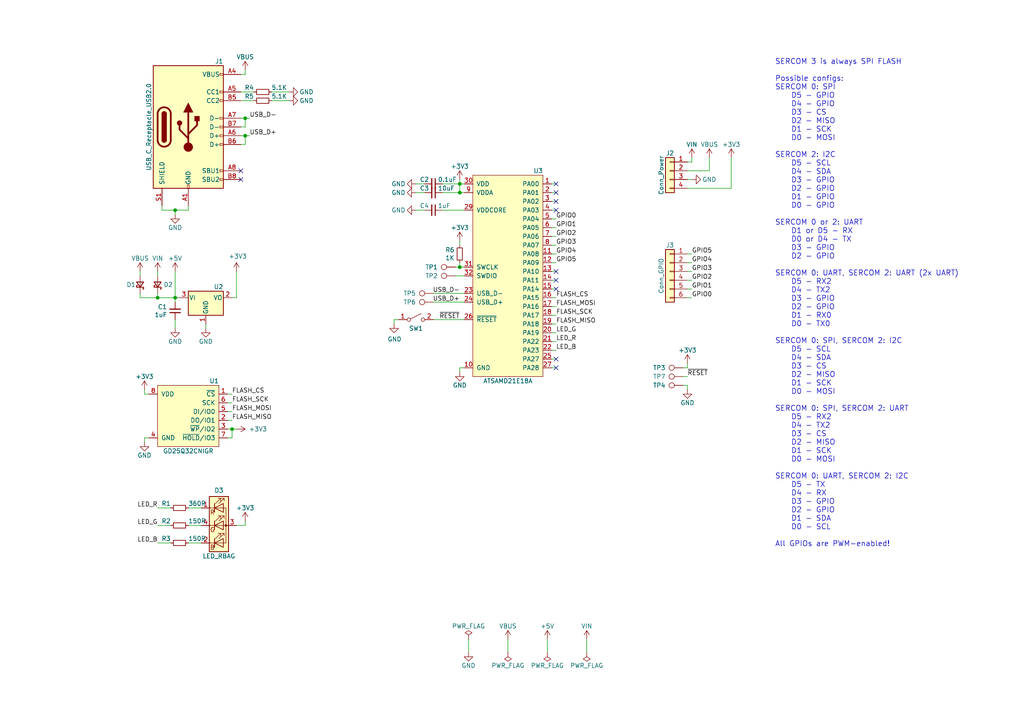
<source format=kicad_sch>
(kicad_sch (version 20230121) (generator eeschema)
  (paper "A4")
  (title_block (title "Serpente") (rev "2"))
  (lib_symbols
    (symbol "Connector:TestPoint" (pin_numbers hide) (pin_names (offset 0.762) hide)
      (property "Reference" "TP" (at 0 6.858 0))
      (property "Value" "TestPoint" (at 0 5.08 0))
      (symbol "TestPoint_0_1"
        (circle (center 0 3.302) (radius 0.762))
      )
      (symbol "TestPoint_1_1"
        (pin passive line (at 0 0 90) (length 2.54) (name "1") (number "1"))
      )
    )
    (symbol "Connector_Generic:Conn_01x04" (pin_names (offset 1.016) hide)
      (property "Reference" "J" (at 0 5.08 0))
      (property "Value" "Conn_01x04" (at 0 -7.62 0))
      (symbol "Conn_01x04_1_1"
        (rectangle (start -1.27 -4.953) (end 0 -5.207) (stroke (width 0.1524)))
        (rectangle (start -1.27 -2.413) (end 0 -2.667) (stroke (width 0.1524)))
        (rectangle (start -1.27 0.127) (end 0 -0.127) (stroke (width 0.1524)))
        (rectangle (start -1.27 2.667) (end 0 2.413) (stroke (width 0.1524)))
        (rectangle (start -1.27 3.81) (end 1.27 -6.35) (stroke (width 0.254)) (fill (type background)))
        (pin passive line (at -5.08 2.54 0) (length 3.81) (name "Pin_1") (number "1"))
        (pin passive line (at -5.08 0 0) (length 3.81) (name "Pin_2") (number "2"))
        (pin passive line (at -5.08 -2.54 0) (length 3.81) (name "Pin_3") (number "3"))
        (pin passive line (at -5.08 -5.08 0) (length 3.81) (name "Pin_4") (number "4"))
      )
    )
    (symbol "Connector_Generic:Conn_01x06" (pin_names (offset 1.016) hide)
      (property "Reference" "J" (at 0 7.62 0))
      (property "Value" "Conn_01x06" (at 0 -10.16 0))
      (symbol "Conn_01x06_1_1"
        (rectangle (start -1.27 -7.493) (end 0 -7.747) (stroke (width 0.1524)))
        (rectangle (start -1.27 -4.953) (end 0 -5.207) (stroke (width 0.1524)))
        (rectangle (start -1.27 -2.413) (end 0 -2.667) (stroke (width 0.1524)))
        (rectangle (start -1.27 0.127) (end 0 -0.127) (stroke (width 0.1524)))
        (rectangle (start -1.27 2.667) (end 0 2.413) (stroke (width 0.1524)))
        (rectangle (start -1.27 5.207) (end 0 4.953) (stroke (width 0.1524)))
        (rectangle (start -1.27 6.35) (end 1.27 -8.89) (stroke (width 0.254)) (fill (type background)))
        (pin passive line (at -5.08 5.08 0) (length 3.81) (name "Pin_1") (number "1"))
        (pin passive line (at -5.08 2.54 0) (length 3.81) (name "Pin_2") (number "2"))
        (pin passive line (at -5.08 0 0) (length 3.81) (name "Pin_3") (number "3"))
        (pin passive line (at -5.08 -2.54 0) (length 3.81) (name "Pin_4") (number "4"))
        (pin passive line (at -5.08 -5.08 0) (length 3.81) (name "Pin_5") (number "5"))
        (pin passive line (at -5.08 -7.62 0) (length 3.81) (name "Pin_6") (number "6"))
      )
    )
    (symbol "Device:C_Small" (pin_numbers hide) (pin_names (offset 0.254) hide)
      (property "Reference" "C" (at 0.254 1.778 0))
      (property "Value" "C_Small" (at 0.254 -2.032 0))
      (symbol "C_Small_0_1"
        (polyline (pts (xy -1.524 -0.508) (xy 1.524 -0.508)) (stroke (width 0.3302)))
        (polyline (pts (xy -1.524 0.508) (xy 1.524 0.508)) (stroke (width 0.3048)))
      )
      (symbol "C_Small_1_1"
        (pin passive line (at 0 2.54 270) (length 2.032) (name "~") (number "1"))
        (pin passive line (at 0 -2.54 90) (length 2.032) (name "~") (number "2"))
      )
    )
    (symbol "Device:D_Schottky_Small" (pin_numbers hide) (pin_names (offset 0.254) hide)
      (property "Reference" "D" (at -1.27 2.032 0))
      (property "Value" "D_Schottky_Small" (at -7.112 -2.032 0))
      (symbol "D_Schottky_Small_0_1"
        (polyline (pts (xy -0.762 0) (xy 0.762 0)))
        (polyline (pts (xy 0.762 -1.016) (xy -0.762 0) (xy 0.762 1.016) (xy 0.762 -1.016)) (stroke (width 0.254)))
        (polyline (pts (xy -1.27 0.762) (xy -1.27 1.016) (xy -0.762 1.016) (xy -0.762 -1.016) (xy -0.254 -1.016) (xy -0.254 -0.762)) (stroke (width 0.254)))
      )
      (symbol "D_Schottky_Small_1_1"
        (pin passive line (at -2.54 0 0) (length 1.778) (name "K") (number "1"))
        (pin passive line (at 2.54 0 180) (length 1.778) (name "A") (number "2"))
      )
    )
    (symbol "Device:R_Small" (pin_numbers hide) (pin_names (offset 0.254) hide)
      (property "Reference" "R" (at 0.762 0.508 0))
      (property "Value" "R_Small" (at 0.762 -1.016 0))
      (symbol "R_Small_0_1"
        (rectangle (start -0.762 1.778) (end 0.762 -1.778) (stroke (width 0.2032)))
      )
      (symbol "R_Small_1_1"
        (pin passive line (at 0 2.54 270) (length 0.762) (name "~") (number "1"))
        (pin passive line (at 0 -2.54 90) (length 0.762) (name "~") (number "2"))
      )
    )
    (symbol "Switch:SW_SPST" (pin_names (offset 0) hide)
      (property "Reference" "SW" (at 0 3.175 0))
      (property "Value" "SW_SPST" (at 0 -2.54 0))
      (symbol "SW_SPST_0_0"
        (circle (center -2.032 0) (radius 0.508))
        (polyline (pts (xy -1.524 0.254) (xy 1.524 1.778)))
        (circle (center 2.032 0) (radius 0.508))
      )
      (symbol "SW_SPST_1_1"
        (pin passive line (at -5.08 0 0) (length 2.54) (name "A") (number "1"))
        (pin passive line (at 5.08 0 180) (length 2.54) (name "B") (number "2"))
      )
    )
    (symbol "power:+5V" (power) (pin_names (offset 0))
      (property "Value" "+5V" (at 0 3.556 0))
      (symbol "+5V_0_1"
        (polyline (pts (xy -0.762 1.27) (xy 0 2.54)))
        (polyline (pts (xy 0 0) (xy 0 2.54)))
        (polyline (pts (xy 0 2.54) (xy 0.762 1.27)))
      )
      (symbol "+5V_1_1"
        (pin power_in line (at 0 0 90) (length 0) hide (name "+5V") (number "1"))
      )
    )
    (symbol "power:GND" (power) (pin_names (offset 0))
      (property "Value" "GND" (at 0 -3.81 0))
      (symbol "GND_0_1"
        (polyline (pts (xy 0 0) (xy 0 -1.27) (xy 1.27 -1.27) (xy 0 -2.54) (xy -1.27 -1.27) (xy 0 -1.27)))
      )
      (symbol "GND_1_1"
        (pin power_in line (at 0 0 270) (length 0) hide (name "GND") (number "1"))
      )
    )
    (symbol "power:PWR_FLAG" (power) (pin_numbers hide) (pin_names (offset 0) hide)
      (property "Value" "PWR_FLAG" (at 0 3.81 0))
      (symbol "PWR_FLAG_0_0"
        (pin power_out line (at 0 0 90) (length 0) (name "pwr") (number "1"))
      )
      (symbol "PWR_FLAG_0_1"
        (polyline (pts (xy 0 0) (xy 0 1.27) (xy -1.016 1.905) (xy 0 2.54) (xy 1.016 1.905) (xy 0 1.27)))
      )
    )
    (symbol "power:VBUS" (power) (pin_names (offset 0))
      (property "Value" "VBUS" (at 0 3.81 0))
      (symbol "VBUS_0_1"
        (polyline (pts (xy -0.762 1.27) (xy 0 2.54)))
        (polyline (pts (xy 0 0) (xy 0 2.54)))
        (polyline (pts (xy 0 2.54) (xy 0.762 1.27)))
      )
      (symbol "VBUS_1_1"
        (pin power_in line (at 0 0 90) (length 0) hide (name "VBUS") (number "1"))
      )
    )
    (symbol "serpente-rescue:+3.3V-power" (power) (pin_names (offset 0))
      (property "Value" "+3.3V-power" (at 0 3.556 0))
      (symbol "+3.3V-power_0_1"
        (polyline (pts (xy -0.762 1.27) (xy 0 2.54)))
        (polyline (pts (xy 0 0) (xy 0 2.54)))
        (polyline (pts (xy 0 2.54) (xy 0.762 1.27)))
      )
      (symbol "+3.3V-power_1_1"
        (pin power_in line (at 0 0 90) (length 0) hide (name "+3V3") (number "1"))
      )
    )
    (symbol "serpente-rescue:ATSAMD21E1xA-MCU_Microchip_SAMD_Extra" (pin_names (offset 1.016))
      (property "Reference" "U" (at 10.16 31.75 0))
      (property "Value" "MCU_Microchip_SAMD_Extra_ATSAMD21E1xA" (at 0 -29.21 0))
      (symbol "ATSAMD21E1xA-MCU_Microchip_SAMD_Extra_0_1"
        (rectangle (start -10.16 30.48) (end 10.16 -27.94) (fill (type background)))
      )
      (symbol "ATSAMD21E1xA-MCU_Microchip_SAMD_Extra_1_1"
        (pin bidirectional line (at 12.7 27.94 180) (length 2.54) (name "PA00") (number "1"))
        (pin power_in line (at -12.7 -25.4 0) (length 2.54) (name "GND") (number "10"))
        (pin bidirectional line (at 12.7 7.62 180) (length 2.54) (name "PA08") (number "11"))
        (pin bidirectional line (at 12.7 5.08 180) (length 2.54) (name "PA09") (number "12"))
        (pin bidirectional line (at 12.7 2.54 180) (length 2.54) (name "PA10") (number "13"))
        (pin bidirectional line (at 12.7 0 180) (length 2.54) (name "PA11") (number "14"))
        (pin bidirectional line (at 12.7 -2.54 180) (length 2.54) (name "PA14") (number "15"))
        (pin bidirectional line (at 12.7 -5.08 180) (length 2.54) (name "PA15") (number "16"))
        (pin bidirectional line (at 12.7 -7.62 180) (length 2.54) (name "PA16") (number "17"))
        (pin bidirectional line (at 12.7 -10.16 180) (length 2.54) (name "PA17") (number "18"))
        (pin bidirectional line (at 12.7 -12.7 180) (length 2.54) (name "PA18") (number "19"))
        (pin bidirectional line (at 12.7 25.4 180) (length 2.54) (name "PA01") (number "2"))
        (pin bidirectional line (at 12.7 -15.24 180) (length 2.54) (name "PA19") (number "20"))
        (pin bidirectional line (at 12.7 -17.78 180) (length 2.54) (name "PA22") (number "21"))
        (pin bidirectional line (at 12.7 -20.32 180) (length 2.54) (name "PA23") (number "22"))
        (pin bidirectional line (at -12.7 -3.81 0) (length 2.54) (name "USB_D-") (number "23"))
        (pin bidirectional line (at -12.7 -6.35 0) (length 2.54) (name "USB_D+") (number "24"))
        (pin bidirectional line (at 12.7 -22.86 180) (length 2.54) (name "PA27") (number "25"))
        (pin input line (at -12.7 -11.43 0) (length 2.54) (name "~{RESET}") (number "26"))
        (pin bidirectional line (at 12.7 -25.4 180) (length 2.54) (name "PA28") (number "27"))
        (pin passive line (at -12.7 -25.4 0) (length 2.54) hide (name "GND") (number "28"))
        (pin power_out line (at -12.7 20.32 0) (length 2.54) (name "VDDCORE") (number "29"))
        (pin bidirectional line (at 12.7 22.86 180) (length 2.54) (name "PA02") (number "3"))
        (pin power_in line (at -12.7 27.94 0) (length 2.54) (name "VDD") (number "30"))
        (pin input line (at -12.7 3.81 0) (length 2.54) (name "SWCLK") (number "31"))
        (pin bidirectional line (at -12.7 1.27 0) (length 2.54) (name "SWDIO") (number "32"))
        (pin bidirectional line (at 12.7 20.32 180) (length 2.54) (name "PA03") (number "4"))
        (pin bidirectional line (at 12.7 17.78 180) (length 2.54) (name "PA04") (number "5"))
        (pin bidirectional line (at 12.7 15.24 180) (length 2.54) (name "PA05") (number "6"))
        (pin bidirectional line (at 12.7 12.7 180) (length 2.54) (name "PA06") (number "7"))
        (pin bidirectional line (at 12.7 10.16 180) (length 2.54) (name "PA07") (number "8"))
        (pin power_in line (at -12.7 25.4 0) (length 2.54) (name "VDDA") (number "9"))
      )
    )
    (symbol "serpente-rescue:GD25Q32C-Memory_Flash_Extra" (pin_names (offset 1.016))
      (property "Reference" "U" (at 8.89 10.16 0))
      (property "Value" "Memory_Flash_Extra_GD25Q32C" (at 0 -10.16 0))
      (symbol "GD25Q32C-Memory_Flash_Extra_0_1"
        (rectangle (start -8.89 8.89) (end 8.89 -8.89) (fill (type background)))
      )
      (symbol "GD25Q32C-Memory_Flash_Extra_1_1"
        (pin input line (at 11.43 6.35 180) (length 2.54) (name "~{CS}") (number "1"))
        (pin bidirectional line (at 11.43 -1.27 180) (length 2.54) (name "DO/IO1") (number "2"))
        (pin bidirectional line (at 11.43 -3.81 180) (length 2.54) (name "~{WP}/IO2") (number "3"))
        (pin power_in line (at -11.43 -6.35 0) (length 2.54) (name "GND") (number "4"))
        (pin bidirectional line (at 11.43 1.27 180) (length 2.54) (name "DI/IO0") (number "5"))
        (pin input line (at 11.43 3.81 180) (length 2.54) (name "SCK") (number "6"))
        (pin bidirectional line (at 11.43 -6.35 180) (length 2.54) (name "~{HOLD}/IO3") (number "7"))
        (pin power_in line (at -11.43 6.35 0) (length 2.54) (name "VDD") (number "8"))
      )
    )
    (symbol "serpente-rescue:LED_RBAG-Device_Extra" (pin_names (offset 0) hide)
      (property "Reference" "D" (at 0 9.398 0))
      (property "Value" "Device_Extra_LED_RBAG" (at 0 -8.89 0))
      (symbol "LED_RBAG-Device_Extra_0_0"
        (text "B" (at -1.905 -6.35 0) (effects (font (size 1.27 1.27))))
        (text "G" (at -1.905 -1.27 0) (effects (font (size 1.27 1.27))))
        (text "R" (at -1.905 3.81 0) (effects (font (size 1.27 1.27))))
      )
      (symbol "LED_RBAG-Device_Extra_0_1"
        (polyline (pts (xy -1.27 -5.08) (xy -2.54 -5.08)))
        (polyline (pts (xy -1.27 -5.08) (xy 1.27 -5.08)))
        (polyline (pts (xy -1.27 -3.81) (xy -1.27 -6.35)))
        (polyline (pts (xy -1.27 -3.81) (xy -1.27 -6.35)) (stroke (width 0.2032)))
        (polyline (pts (xy -1.27 0) (xy -2.54 0)))
        (polyline (pts (xy -1.27 0) (xy 1.27 0)))
        (polyline (pts (xy -1.27 1.27) (xy -1.27 -1.27)) (stroke (width 0.2032)))
        (polyline (pts (xy -1.27 5.08) (xy -2.54 5.08)))
        (polyline (pts (xy -1.27 6.35) (xy -1.27 3.81)) (stroke (width 0.2032)))
        (polyline (pts (xy 1.27 0) (xy 2.54 0)))
        (polyline (pts (xy 1.27 5.08) (xy -1.27 5.08)))
        (polyline (pts (xy -1.27 1.27) (xy -1.27 -1.27) (xy -1.27 -1.27)))
        (polyline (pts (xy -1.27 6.35) (xy -1.27 3.81) (xy -1.27 3.81)))
        (polyline (pts (xy 1.27 -5.08) (xy 2.032 -5.08) (xy 2.032 5.08) (xy 1.27 5.08)))
        (polyline (pts (xy 1.27 -3.81) (xy 1.27 -6.35) (xy -1.27 -5.08) (xy 1.27 -3.81)) (stroke (width 0.2032)))
        (polyline (pts (xy 1.27 1.27) (xy 1.27 -1.27) (xy -1.27 0) (xy 1.27 1.27)) (stroke (width 0.2032)))
        (polyline (pts (xy 1.27 6.35) (xy 1.27 3.81) (xy -1.27 5.08) (xy 1.27 6.35)) (stroke (width 0.2032)))
        (polyline (pts (xy -1.016 -3.81) (xy 0.508 -2.286) (xy -0.254 -2.286) (xy 0.508 -2.286) (xy 0.508 -3.048)))
        (polyline (pts (xy -1.016 1.27) (xy 0.508 2.794) (xy -0.254 2.794) (xy 0.508 2.794) (xy 0.508 2.032)))
        (polyline (pts (xy -1.016 6.35) (xy 0.508 7.874) (xy -0.254 7.874) (xy 0.508 7.874) (xy 0.508 7.112)))
        (polyline (pts (xy 0 -3.81) (xy 1.524 -2.286) (xy 0.762 -2.286) (xy 1.524 -2.286) (xy 1.524 -3.048)))
        (polyline (pts (xy 0 1.27) (xy 1.524 2.794) (xy 0.762 2.794) (xy 1.524 2.794) (xy 1.524 2.032)))
        (polyline (pts (xy 0 6.35) (xy 1.524 7.874) (xy 0.762 7.874) (xy 1.524 7.874) (xy 1.524 7.112)))
        (rectangle (start 1.27 -1.27) (end 1.27 1.27))
        (rectangle (start 1.27 1.27) (end 1.27 1.27))
        (rectangle (start 1.27 3.81) (end 1.27 6.35))
        (rectangle (start 1.27 6.35) (end 1.27 6.35))
        (circle (center 2.032 0) (radius 0.254) (fill (type outline)))
        (rectangle (start 2.794 8.382) (end -2.794 -7.62) (stroke (width 0.254)) (fill (type background)))
      )
      (symbol "LED_RBAG-Device_Extra_1_1"
        (pin passive line (at -5.08 5.08 0) (length 2.54) (name "RK") (number "1"))
        (pin passive line (at -5.08 -5.08 0) (length 2.54) (name "BK") (number "2"))
        (pin passive line (at 5.08 0 180) (length 2.54) (name "A") (number "3"))
        (pin passive line (at -5.08 0 0) (length 2.54) (name "GK") (number "4"))
      )
    )
    (symbol "serpente-rescue:MCP1700-3302E_SOT23-Regulator_Linear" (pin_names (offset 0.254))
      (property "Reference" "U" (at -3.81 3.175 0))
      (property "Value" "Regulator_Linear_MCP1700-3302E_SOT23" (at 0 3.175 0))
      (symbol "MCP1700-3302E_SOT23-Regulator_Linear_0_1"
        (rectangle (start -5.08 1.905) (end 5.08 -5.08) (stroke (width 0.254)) (fill (type background)))
      )
      (symbol "MCP1700-3302E_SOT23-Regulator_Linear_1_1"
        (pin power_in line (at 0 -7.62 90) (length 2.54) (name "GND") (number "1"))
        (pin power_out line (at 7.62 0 180) (length 2.54) (name "VO") (number "2"))
        (pin power_in line (at -7.62 0 0) (length 2.54) (name "VI") (number "3"))
      )
    )
    (symbol "serpente-rescue:USB_C_Receptacle_USB2.0-Connector" (pin_names (offset 1.016))
      (property "Reference" "J" (at -10.16 19.05 0))
      (property "Value" "Connector_USB_C_Receptacle_USB2.0" (at 19.05 19.05 0))
      (symbol "USB_C_Receptacle_USB2.0-Connector_0_0"
        (rectangle (start -0.254 -17.78) (end 0.254 -16.764))
        (rectangle (start 10.16 -14.986) (end 9.144 -15.494))
        (rectangle (start 10.16 -12.446) (end 9.144 -12.954))
        (rectangle (start 10.16 -4.826) (end 9.144 -5.334))
        (rectangle (start 10.16 -2.286) (end 9.144 -2.794))
        (rectangle (start 10.16 0.254) (end 9.144 -0.254))
        (rectangle (start 10.16 2.794) (end 9.144 2.286))
        (rectangle (start 10.16 7.874) (end 9.144 7.366))
        (rectangle (start 10.16 10.414) (end 9.144 9.906))
        (rectangle (start 10.16 15.494) (end 9.144 14.986))
      )
      (symbol "USB_C_Receptacle_USB2.0-Connector_0_1"
        (rectangle (start -10.16 17.78) (end 10.16 -17.78) (stroke (width 0.254)) (fill (type background)))
        (arc (start -8.89 -3.81) (mid -6.985 -5.7067) (end -5.08 -3.81) (stroke (width 0.508)))
        (arc (start -7.62 -3.81) (mid -6.985 -4.4423) (end -6.35 -3.81) (stroke (width 0.254)))
        (arc (start -7.62 -3.81) (mid -6.985 -4.4423) (end -6.35 -3.81) (stroke (width 0.254)) (fill (type outline)))
        (rectangle (start -7.62 -3.81) (end -6.35 3.81) (stroke (width 0.254)) (fill (type outline)))
        (arc (start -6.35 3.81) (mid -6.985 4.4423) (end -7.62 3.81) (stroke (width 0.254)))
        (arc (start -6.35 3.81) (mid -6.985 4.4423) (end -7.62 3.81) (stroke (width 0.254)) (fill (type outline)))
        (arc (start -5.08 3.81) (mid -6.985 5.7067) (end -8.89 3.81) (stroke (width 0.508)))
        (circle (center -2.54 1.143) (radius 0.635) (stroke (width 0.254)) (fill (type outline)))
        (circle (center 0 -5.842) (radius 1.27) (fill (type outline)))
        (polyline (pts (xy -8.89 -3.81) (xy -8.89 3.81)) (stroke (width 0.508)))
        (polyline (pts (xy -5.08 3.81) (xy -5.08 -3.81)) (stroke (width 0.508)))
        (polyline (pts (xy 0 -5.842) (xy 0 4.318)) (stroke (width 0.508)))
        (polyline (pts (xy 0 -3.302) (xy -2.54 -0.762) (xy -2.54 0.508)) (stroke (width 0.508)))
        (polyline (pts (xy 0 -2.032) (xy 2.54 0.508) (xy 2.54 1.778)) (stroke (width 0.508)))
        (polyline (pts (xy -1.27 4.318) (xy 0 6.858) (xy 1.27 4.318) (xy -1.27 4.318)) (stroke (width 0.254)) (fill (type outline)))
        (rectangle (start 1.905 1.778) (end 3.175 3.048) (stroke (width 0.254)) (fill (type outline)))
      )
      (symbol "USB_C_Receptacle_USB2.0-Connector_1_1"
        (pin power_in line (at 0 -22.86 90) (length 5.08) (name "GND") (number "A1"))
        (pin passive line (at 0 -22.86 90) (length 5.08) hide (name "GND") (number "A12"))
        (pin power_in line (at 15.24 15.24 180) (length 5.08) (name "VBUS") (number "A4"))
        (pin bidirectional line (at 15.24 10.16 180) (length 5.08) (name "CC1") (number "A5"))
        (pin bidirectional line (at 15.24 -2.54 180) (length 5.08) (name "D+") (number "A6"))
        (pin bidirectional line (at 15.24 2.54 180) (length 5.08) (name "D-") (number "A7"))
        (pin bidirectional line (at 15.24 -12.7 180) (length 5.08) (name "SBU1") (number "A8"))
        (pin passive line (at 15.24 15.24 180) (length 5.08) hide (name "VBUS") (number "A9"))
        (pin passive line (at 0 -22.86 90) (length 5.08) hide (name "GND") (number "B1"))
        (pin passive line (at 0 -22.86 90) (length 5.08) hide (name "GND") (number "B12"))
        (pin passive line (at 15.24 15.24 180) (length 5.08) hide (name "VBUS") (number "B4"))
        (pin bidirectional line (at 15.24 7.62 180) (length 5.08) (name "CC2") (number "B5"))
        (pin bidirectional line (at 15.24 -5.08 180) (length 5.08) (name "D+") (number "B6"))
        (pin bidirectional line (at 15.24 0 180) (length 5.08) (name "D-") (number "B7"))
        (pin bidirectional line (at 15.24 -15.24 180) (length 5.08) (name "SBU2") (number "B8"))
        (pin passive line (at 15.24 15.24 180) (length 5.08) hide (name "VBUS") (number "B9"))
        (pin passive line (at -7.62 -22.86 90) (length 5.08) (name "SHIELD") (number "S1"))
      )
    )
    (symbol "serpente-rescue:VIN-power_extra" (power) (pin_names (offset 0))
      (property "Value" "VIN-power_extra" (at 0 3.556 0))
      (symbol "VIN-power_extra_0_1"
        (polyline (pts (xy -0.762 1.27) (xy 0 2.54)))
        (polyline (pts (xy 0 0) (xy 0 2.54)))
        (polyline (pts (xy 0 2.54) (xy 0.762 1.27)))
      )
      (symbol "VIN-power_extra_1_1"
        (pin power_in line (at 0 0 90) (length 0) hide (name "VIN") (number "1"))
      )
    )
  )
  (junction (at 133.35 77.47))
  (junction (at 133.35 53.34))
  (junction (at 71.12 34.29))
  (junction (at 45.72 86.36))
  (junction (at 50.8 86.36))
  (junction (at 67.31 124.46))
  (junction (at 50.8 60.96))
  (junction (at 71.12 39.37))
  (junction (at 133.35 55.88))
  (no_connect (at 161.29 58.42))
  (no_connect (at 161.29 55.88))
  (no_connect (at 161.29 104.14))
  (no_connect (at 69.85 49.53))
  (no_connect (at 161.29 106.68))
  (no_connect (at 161.29 83.82))
  (no_connect (at 161.29 78.74))
  (no_connect (at 161.29 53.34))
  (no_connect (at 161.29 60.96))
  (no_connect (at 161.29 81.28))
  (no_connect (at 69.85 52.07))
  (wire (pts (xy 160.02 53.34) (xy 161.29 53.34)))
  (wire (pts (xy 199.39 54.61) (xy 212.09 54.61)))
  (wire (pts (xy 46.99 60.96) (xy 50.8 60.96)))
  (wire (pts (xy 50.8 86.36) (xy 50.8 87.63)))
  (wire (pts (xy 40.64 80.01) (xy 40.64 78.74)))
  (wire (pts (xy 69.85 41.91) (xy 71.12 41.91)))
  (wire (pts (xy 78.74 29.21) (xy 83.82 29.21)))
  (wire (pts (xy 66.04 121.92) (xy 67.31 121.92)))
  (wire (pts (xy 160.02 73.66) (xy 161.29 73.66)))
  (wire (pts (xy 67.31 124.46) (xy 68.58 124.46)))
  (wire (pts (xy 71.12 41.91) (xy 71.12 39.37)))
  (wire (pts (xy 54.61 152.4) (xy 58.42 152.4)))
  (wire (pts (xy 66.04 124.46) (xy 67.31 124.46)))
  (wire (pts (xy 67.31 86.36) (xy 68.58 86.36)))
  (wire (pts (xy 67.31 127) (xy 67.31 124.46)))
  (wire (pts (xy 114.3 92.71) (xy 114.3 93.98)))
  (wire (pts (xy 69.85 21.59) (xy 71.12 21.59)))
  (wire (pts (xy 160.02 60.96) (xy 161.29 60.96)))
  (wire (pts (xy 54.61 157.48) (xy 58.42 157.48)))
  (wire (pts (xy 66.04 116.84) (xy 67.31 116.84)))
  (wire (pts (xy 160.02 99.06) (xy 161.29 99.06)))
  (wire (pts (xy 147.32 185.42) (xy 147.32 189.23)))
  (wire (pts (xy 49.53 147.32) (xy 45.72 147.32)))
  (wire (pts (xy 199.39 106.68) (xy 199.39 105.41)))
  (wire (pts (xy 133.35 77.47) (xy 133.35 76.2)))
  (wire (pts (xy 46.99 59.69) (xy 46.99 60.96)))
  (wire (pts (xy 125.73 87.63) (xy 134.62 87.63)))
  (wire (pts (xy 45.72 157.48) (xy 49.53 157.48)))
  (wire (pts (xy 133.35 77.47) (xy 132.08 77.47)))
  (wire (pts (xy 134.62 80.01) (xy 132.08 80.01)))
  (wire (pts (xy 135.89 185.42) (xy 135.89 189.23)))
  (wire (pts (xy 50.8 60.96) (xy 54.61 60.96)))
  (wire (pts (xy 160.02 71.12) (xy 161.29 71.12)))
  (wire (pts (xy 160.02 66.04) (xy 161.29 66.04)))
  (wire (pts (xy 71.12 36.83) (xy 71.12 34.29)))
  (wire (pts (xy 45.72 80.01) (xy 45.72 78.74)))
  (wire (pts (xy 71.12 34.29) (xy 72.39 34.29)))
  (wire (pts (xy 54.61 147.32) (xy 58.42 147.32)))
  (wire (pts (xy 123.19 55.88) (xy 120.65 55.88)))
  (wire (pts (xy 160.02 101.6) (xy 161.29 101.6)))
  (wire (pts (xy 134.62 60.96) (xy 128.27 60.96)))
  (wire (pts (xy 198.12 111.76) (xy 199.39 111.76)))
  (wire (pts (xy 160.02 55.88) (xy 161.29 55.88)))
  (wire (pts (xy 78.74 26.67) (xy 83.82 26.67)))
  (wire (pts (xy 134.62 106.68) (xy 133.35 106.68)))
  (wire (pts (xy 133.35 71.12) (xy 133.35 69.85)))
  (wire (pts (xy 41.91 114.3) (xy 41.91 113.03)))
  (wire (pts (xy 134.62 55.88) (xy 133.35 55.88)))
  (wire (pts (xy 133.35 53.34) (xy 128.27 53.34)))
  (wire (pts (xy 43.18 127) (xy 41.91 127)))
  (wire (pts (xy 198.12 106.68) (xy 199.39 106.68)))
  (wire (pts (xy 199.39 52.07) (xy 200.66 52.07)))
  (wire (pts (xy 160.02 104.14) (xy 161.29 104.14)))
  (wire (pts (xy 66.04 114.3) (xy 67.31 114.3)))
  (wire (pts (xy 199.39 111.76) (xy 199.39 113.03)))
  (wire (pts (xy 66.04 127) (xy 67.31 127)))
  (wire (pts (xy 160.02 88.9) (xy 161.29 88.9)))
  (wire (pts (xy 40.64 86.36) (xy 40.64 85.09)))
  (wire (pts (xy 45.72 86.36) (xy 40.64 86.36)))
  (wire (pts (xy 50.8 86.36) (xy 50.8 78.74)))
  (wire (pts (xy 198.12 109.22) (xy 199.39 109.22)))
  (wire (pts (xy 160.02 93.98) (xy 161.29 93.98)))
  (wire (pts (xy 199.39 73.66) (xy 200.66 73.66)))
  (wire (pts (xy 59.69 93.98) (xy 59.69 95.25)))
  (wire (pts (xy 158.75 185.42) (xy 158.75 189.23)))
  (wire (pts (xy 128.27 55.88) (xy 133.35 55.88)))
  (wire (pts (xy 212.09 54.61) (xy 212.09 45.72)))
  (wire (pts (xy 71.12 39.37) (xy 69.85 39.37)))
  (wire (pts (xy 68.58 86.36) (xy 68.58 78.74)))
  (wire (pts (xy 160.02 58.42) (xy 161.29 58.42)))
  (wire (pts (xy 69.85 34.29) (xy 71.12 34.29)))
  (wire (pts (xy 199.39 81.28) (xy 200.66 81.28)))
  (wire (pts (xy 160.02 96.52) (xy 161.29 96.52)))
  (wire (pts (xy 71.12 39.37) (xy 72.39 39.37)))
  (wire (pts (xy 199.39 86.36) (xy 200.66 86.36)))
  (wire (pts (xy 125.73 85.09) (xy 134.62 85.09)))
  (wire (pts (xy 133.35 55.88) (xy 133.35 53.34)))
  (wire (pts (xy 199.39 76.2) (xy 200.66 76.2)))
  (wire (pts (xy 160.02 83.82) (xy 161.29 83.82)))
  (wire (pts (xy 199.39 49.53) (xy 205.74 49.53)))
  (wire (pts (xy 115.57 92.71) (xy 114.3 92.71)))
  (wire (pts (xy 160.02 76.2) (xy 161.29 76.2)))
  (wire (pts (xy 133.35 53.34) (xy 133.35 52.07)))
  (wire (pts (xy 69.85 29.21) (xy 73.66 29.21)))
  (wire (pts (xy 199.39 83.82) (xy 200.66 83.82)))
  (wire (pts (xy 68.58 152.4) (xy 71.12 152.4)))
  (wire (pts (xy 199.39 46.99) (xy 200.66 46.99)))
  (wire (pts (xy 50.8 60.96) (xy 50.8 62.23)))
  (wire (pts (xy 160.02 78.74) (xy 161.29 78.74)))
  (wire (pts (xy 205.74 49.53) (xy 205.74 45.72)))
  (wire (pts (xy 43.18 114.3) (xy 41.91 114.3)))
  (wire (pts (xy 66.04 119.38) (xy 67.31 119.38)))
  (wire (pts (xy 134.62 53.34) (xy 133.35 53.34)))
  (wire (pts (xy 125.73 92.71) (xy 134.62 92.71)))
  (wire (pts (xy 69.85 26.67) (xy 73.66 26.67)))
  (wire (pts (xy 49.53 152.4) (xy 45.72 152.4)))
  (wire (pts (xy 170.18 185.42) (xy 170.18 189.23)))
  (wire (pts (xy 160.02 106.68) (xy 161.29 106.68)))
  (wire (pts (xy 160.02 91.44) (xy 161.29 91.44)))
  (wire (pts (xy 69.85 36.83) (xy 71.12 36.83)))
  (wire (pts (xy 45.72 85.09) (xy 45.72 86.36)))
  (wire (pts (xy 200.66 46.99) (xy 200.66 45.72)))
  (wire (pts (xy 160.02 68.58) (xy 161.29 68.58)))
  (wire (pts (xy 160.02 63.5) (xy 161.29 63.5)))
  (wire (pts (xy 160.02 81.28) (xy 161.29 81.28)))
  (wire (pts (xy 71.12 152.4) (xy 71.12 151.13)))
  (wire (pts (xy 133.35 106.68) (xy 133.35 107.95)))
  (wire (pts (xy 134.62 77.47) (xy 133.35 77.47)))
  (wire (pts (xy 41.91 127) (xy 41.91 128.27)))
  (wire (pts (xy 123.19 60.96) (xy 120.65 60.96)))
  (wire (pts (xy 52.07 86.36) (xy 50.8 86.36)))
  (wire (pts (xy 71.12 21.59) (xy 71.12 20.32)))
  (wire (pts (xy 123.19 53.34) (xy 120.65 53.34)))
  (wire (pts (xy 160.02 86.36) (xy 161.29 86.36)))
  (wire (pts (xy 199.39 78.74) (xy 200.66 78.74)))
  (wire (pts (xy 45.72 86.36) (xy 50.8 86.36)))
  (wire (pts (xy 50.8 92.71) (xy 50.8 95.25)))
  (wire (pts (xy 54.61 60.96) (xy 54.61 59.69)))
  (text "SERCOM 3 is always SPI FLASH\n\nPossible configs:\nSERCOM 0: SPI\n    D5 - GPIO\n    D4 - GPIO\n    D3 - CS\n    D2 - MISO\n    D1 - SCK\n    D0 - MOSI\n    \nSERCOM 2: I2C\n    D5 - SCL\n    D4 - SDA\n    D3 - GPIO\n    D2 - GPIO\n    D1 - GPIO\n    D0 - GPIO\n\nSERCOM 0 or 2: UART\n    D1 or D5 - RX\n    D0 or D4 - TX\n    D3 - GPIO\n    D2 - GPIO\n\nSERCOM 0: UART, SERCOM 2: UART (2x UART)\n    D5 - RX2\n    D4 - TX2\n    D3 - GPIO\n    D2 - GPIO\n    D1 - RX0\n    D0 - TX0\n\nSERCOM 0: SPI, SERCOM 2: I2C\n    D5 - SCL\n    D4 - SDA\n    D3 - CS\n    D2 - MISO\n    D1 - SCK\n    D0 - MOSI\n\nSERCOM 0: SPI, SERCOM 2: UART\n    D5 - RX2\n    D4 - TX2\n    D3 - CS\n    D2 - MISO\n    D1 - SCK\n    D0 - MOSI\n\nSERCOM 0: UART, SERCOM 2: I2C\n    D5 - TX\n    D4 - RX\n    D3 - GPIO\n    D2 - GPIO\n    D1 - SDA\n    D0 - SCL\n\nAll GPIOs are PWM-enabled!" (at 224.79 158.75 0) (effects (font (size 1.524 1.524)) (justify left bottom)))
  (label "GPIO2" (at 161.29 68.58 0))
  (label "FLASH_SCK" (at 67.31 116.84 0))
  (label "LED_R" (at 45.72 147.32 180))
  (label "FLASH_MOSI" (at 161.29 88.9 0))
  (label "GPIO3" (at 200.66 78.74 0))
  (label "FLASH_CS" (at 161.29 86.36 0))
  (label "GPIO4" (at 200.66 76.2 0))
  (label "GPIO2" (at 200.66 81.28 0))
  (label "LED_R" (at 161.29 99.06 0))
  (label "~{RESET}" (at 199.39 109.22 0))
  (label "~{RESET}" (at 133.35 92.71 180))
  (label "GPIO3" (at 161.29 71.12 0))
  (label "LED_B" (at 45.72 157.48 180))
  (label "GPIO0" (at 200.66 86.36 0))
  (label "USB_D-" (at 133.35 85.09 180))
  (label "GPIO5" (at 200.66 73.66 0))
  (label "FLASH_CS" (at 67.31 114.3 0))
  (label "USB_D+" (at 133.35 87.63 180))
  (label "FLASH_SCK" (at 161.29 91.44 0))
  (label "LED_G" (at 45.72 152.4 180))
  (label "FLASH_MISO" (at 67.31 121.92 0))
  (label "GPIO1" (at 161.29 66.04 0))
  (label "FLASH_MISO" (at 161.29 93.98 0))
  (label "USB_D+" (at 72.39 39.37 0))
  (label "GPIO4" (at 161.29 73.66 0))
  (label "USB_D-" (at 72.39 34.29 0))
  (label "LED_G" (at 161.29 96.52 0))
  (label "GPIO0" (at 161.29 63.5 0))
  (label "LED_B" (at 161.29 101.6 0))
  (label "FLASH_MOSI" (at 67.31 119.38 0))
  (label "GPIO5" (at 161.29 76.2 0))
  (label "GPIO1" (at 200.66 83.82 0))
  (symbol (lib_id "power:GND") (at 50.8 62.23 0) (unit 1)
    (property "Reference" "#PWR04" (effects hide))
    (property "Value" "GND" (at 50.8 66.04 0))
  )
  (symbol (lib_id "power:VBUS") (at 71.12 20.32 0) (unit 1)
    (property "Reference" "#PWR012" (effects hide))
    (property "Value" "VBUS" (at 71.12 16.51 0))
  )
  (symbol (lib_id "serpente-rescue:USB_C_Receptacle_USB2.0-Connector") (at 54.61 36.83 0) (unit 1)
    (property "Reference" "J1" (at 64.77 17.78 0) (effects (justify right)))
    (property "Value" "USB_C_Receptacle_USB2.0" (at 43.18 36.83 90))
    (property "Footprint" "Connector_USB_Extra:USB_C_Receptacle_GT-USB-7010" (effects hide))
    (property "Datasheet" "https://www.usb.org/sites/default/files/documents/usb_type-c.zip" (effects hide))
    (property "LCSC" "C319148" (effects hide))
  )
  (symbol (lib_id "serpente-rescue:MCP1700-3302E_SOT23-Regulator_Linear") (at 59.69 86.36 0) (unit 1)
    (property "Reference" "U2" (at 64.77 83.185 0) (effects (justify right)))
    (property "Value" "MCP1700-3302E_SOT23" (effects hide))
    (property "Footprint" "Package_TO_SOT_SMD:SOT-23" (effects hide))
    (property "Datasheet" "http://ww1.microchip.com/downloads/en/DeviceDoc/20001826D.pdf" (effects hide))
    (property "LCSC" "C83932" (effects hide))
  )
  (symbol (lib_id "power:GND") (at 59.69 95.25 0) (unit 1)
    (property "Reference" "#PWR09" (effects hide))
    (property "Value" "GND" (at 59.69 99.06 0))
  )
  (symbol (lib_id "Device:D_Schottky_Small") (at 40.64 82.55 270) (mirror x) (unit 1)
    (property "Reference" "D1" (at 39.37 82.55 90) (effects (justify right)))
    (property "Value" "D_Schottky_Small" (effects hide))
    (property "Footprint" "Diode_SMD:D_SOD-323_HandSoldering" (effects hide))
    (property "LCSC" "C114023" (effects hide))
  )
  (symbol (lib_id "Device:D_Schottky_Small") (at 45.72 82.55 270) (mirror x) (unit 1)
    (property "Reference" "D2" (at 47.4472 82.55 90) (effects (justify left)))
    (property "Value" "D_Schottky_Small" (effects hide))
    (property "Footprint" "Diode_SMD:D_SOD-323_HandSoldering" (effects hide))
    (property "LCSC" "C114023" (effects hide))
  )
  (symbol (lib_id "power:VBUS") (at 40.64 78.74 0) (unit 1)
    (property "Reference" "#PWR02" (effects hide))
    (property "Value" "VBUS" (at 40.64 74.93 0))
  )
  (symbol (lib_id "serpente-rescue:+3.3V-power") (at 68.58 78.74 0) (unit 1)
    (property "Reference" "#PWR011" (effects hide))
    (property "Value" "+3.3V" (at 68.961 74.3458 0))
  )
  (symbol (lib_id "Device:C_Small") (at 50.8 90.17 0) (mirror x) (unit 1)
    (property "Reference" "C1" (at 48.4632 89.0016 0) (effects (justify right)))
    (property "Value" "1uF" (at 48.4632 91.313 0) (effects (justify right)))
    (property "Footprint" "Capacitor_SMD:C_0603_1608Metric" (effects hide))
  )
  (symbol (lib_id "power:GND") (at 50.8 95.25 0) (unit 1)
    (property "Reference" "#PWR06" (effects hide))
    (property "Value" "GND" (at 50.8 99.06 0))
  )
  (symbol (lib_id "Switch:SW_SPST") (at 120.65 92.71 0) (unit 1)
    (property "Reference" "SW1" (at 120.65 95.25 0))
    (property "Value" "SW_RESET" (effects hide))
    (property "Footprint" "Button_Switch_SMD:SW_SPST_B3U-1000P-B" (effects hide))
    (property "LCSC" "C128937" (effects hide))
  )
  (symbol (lib_id "power:GND") (at 114.3 93.98 0) (unit 1)
    (property "Reference" "#PWR018" (effects hide))
    (property "Value" "GND" (at 114.427 98.3742 0))
  )
  (symbol (lib_id "serpente-rescue:GD25Q32C-Memory_Flash_Extra") (at 54.61 120.65 0) (unit 1)
    (property "Reference" "U1" (at 63.5 110.49 0) (effects (justify right)))
    (property "Value" "GD25Q32CNIGR" (at 54.61 130.81 0))
    (property "Footprint" "Package_SON_Extra:USON-8_3x4mm_P0.8mm" (effects hide))
  )
  (symbol (lib_id "serpente-rescue:ATSAMD21E1xA-MCU_Microchip_SAMD_Extra") (at 147.32 81.28 0) (unit 1)
    (property "Reference" "U3" (at 157.48 49.53 0) (effects (justify right)))
    (property "Value" "ATSAMD21E18A" (at 147.32 110.49 0))
    (property "Footprint" "Package_DFN_QFN:QFN-32-1EP_5x5mm_P0.5mm_EP3.6x3.6mm" (effects hide))
  )
  (symbol (lib_id "power:GND") (at 133.35 107.95 0) (unit 1)
    (property "Reference" "#PWR021" (effects hide))
    (property "Value" "GND" (at 133.35 111.76 0))
  )
  (symbol (lib_id "Device:R_Small") (at 133.35 73.66 0) (mirror x) (unit 1)
    (property "Reference" "R6" (at 131.8514 72.4916 0) (effects (justify right)))
    (property "Value" "1K" (at 131.8514 74.803 0) (effects (justify right)))
    (property "Footprint" "Resistor_SMD:R_0603_1608Metric" (effects hide))
  )
  (symbol (lib_id "serpente-rescue:+3.3V-power") (at 133.35 69.85 0) (unit 1)
    (property "Reference" "#PWR020" (effects hide))
    (property "Value" "+3.3V" (at 133.35 66.04 0))
  )
  (symbol (lib_id "serpente-rescue:+3.3V-power") (at 133.35 52.07 0) (unit 1)
    (property "Reference" "#PWR019" (effects hide))
    (property "Value" "+3.3V" (at 133.35 48.26 0))
  )
  (symbol (lib_id "Connector:TestPoint") (at 132.08 77.47 90) (unit 1)
    (property "Reference" "TP1" (at 127 77.47 90) (effects (justify left)))
    (property "Value" "TP_SWCLK" (effects hide))
    (property "Footprint" "TestPoint:TestPoint_Pad_D1.0mm" (effects hide))
  )
  (symbol (lib_id "Connector:TestPoint") (at 132.08 80.01 90) (unit 1)
    (property "Reference" "TP2" (at 127 80.01 90) (effects (justify left)))
    (property "Value" "TP_SWDIO" (effects hide))
    (property "Footprint" "TestPoint:TestPoint_Pad_D1.0mm" (effects hide))
  )
  (symbol (lib_id "Device:C_Small") (at 125.73 60.96 270) (unit 1)
    (property "Reference" "C4" (at 124.46 59.69 90) (effects (justify right)))
    (property "Value" "1uF" (at 127 59.69 90) (effects (justify left)))
    (property "Footprint" "Capacitor_SMD:C_0603_1608Metric" (effects hide))
  )
  (symbol (lib_id "power:GND") (at 120.65 60.96 270) (unit 1)
    (property "Reference" "#PWR017" (effects hide))
    (property "Value" "GND" (at 115.57 60.96 90))
  )
  (symbol (lib_id "Device:C_Small") (at 125.73 53.34 270) (unit 1)
    (property "Reference" "C2" (at 124.46 52.07 90) (effects (justify right)))
    (property "Value" "0.1uF" (at 127 52.07 90) (effects (justify left)))
    (property "Footprint" "Capacitor_SMD:C_0603_1608Metric" (effects hide))
  )
  (symbol (lib_id "power:GND") (at 120.65 53.34 270) (unit 1)
    (property "Reference" "#PWR015" (effects hide))
    (property "Value" "GND" (at 115.57 53.34 90))
  )
  (symbol (lib_id "Device:C_Small") (at 125.73 55.88 270) (unit 1)
    (property "Reference" "C3" (at 124.46 54.61 90) (effects (justify right)))
    (property "Value" "10uF" (at 127 54.61 90) (effects (justify left)))
    (property "Footprint" "Capacitor_SMD:C_0603_1608Metric" (effects hide))
  )
  (symbol (lib_id "power:GND") (at 120.65 55.88 270) (unit 1)
    (property "Reference" "#PWR016" (effects hide))
    (property "Value" "GND" (at 115.57 55.88 90))
  )
  (symbol (lib_id "serpente-rescue:+3.3V-power") (at 68.58 124.46 270) (unit 1)
    (property "Reference" "#PWR0104" (effects hide))
    (property "Value" "+3.3V" (at 77.47 124.46 90) (effects (justify right)))
  )
  (symbol (lib_id "Device:R_Small") (at 76.2 26.67 270) (unit 1)
    (property "Reference" "R4" (at 73.66 25.4 90) (effects (justify right)))
    (property "Value" "5.1K" (at 78.74 25.4 90) (effects (justify left)))
    (property "Footprint" "Resistor_SMD:R_0603_1608Metric" (effects hide))
  )
  (symbol (lib_id "Device:R_Small") (at 76.2 29.21 270) (unit 1)
    (property "Reference" "R5" (at 73.66 27.94 90) (effects (justify right)))
    (property "Value" "5.1K" (at 78.74 27.94 90) (effects (justify left)))
    (property "Footprint" "Resistor_SMD:R_0603_1608Metric" (effects hide))
  )
  (symbol (lib_id "serpente-rescue:VIN-power_extra") (at 170.18 185.42 0) (unit 1)
    (property "Reference" "#PWR0105" (effects hide))
    (property "Value" "VIN" (at 170.18 181.61 0))
  )
  (symbol (lib_id "serpente-rescue:VIN-power_extra") (at 200.66 45.72 0) (unit 1)
    (property "Reference" "#PWR0106" (effects hide))
    (property "Value" "VIN" (at 200.66 41.91 0))
  )
  (symbol (lib_id "power:+5V") (at 50.8 78.74 0) (unit 1)
    (property "Reference" "#PWR05" (effects hide))
    (property "Value" "+5V" (at 50.8 74.93 0))
  )
  (symbol (lib_id "Connector_Generic:Conn_01x04") (at 194.31 49.53 0) (mirror y) (unit 1)
    (property "Reference" "J2" (at 194.31 44.45 0))
    (property "Value" "Conn_Power" (at 191.77 50.8 90))
    (property "Footprint" "Connector_PinHeader_2.54mm_Extra:PinHeader_1x04_P2.54mm_Vertical_Castellated" (effects hide))
  )
  (symbol (lib_id "power:GND") (at 200.66 52.07 90) (unit 1)
    (property "Reference" "#PWR025" (effects hide))
    (property "Value" "GND" (at 205.74 52.07 90))
  )
  (symbol (lib_id "power:VBUS") (at 205.74 45.72 0) (unit 1)
    (property "Reference" "#PWR026" (effects hide))
    (property "Value" "VBUS" (at 205.74 41.91 0))
  )
  (symbol (lib_id "Connector_Generic:Conn_01x06") (at 194.31 78.74 0) (mirror y) (unit 1)
    (property "Reference" "J3" (at 194.31 71.12 0))
    (property "Value" "Conn_GPIO" (at 191.77 80.01 90))
    (property "Footprint" "Connector_PinHeader_2.54mm_Extra:PinHeader_1x06_P2.54mm_Vertical_Castellated" (effects hide))
  )
  (symbol (lib_id "Connector:TestPoint") (at 198.12 106.68 90) (unit 1)
    (property "Reference" "TP3" (at 193.04 106.68 90) (effects (justify left)))
    (property "Value" "TP_VDD" (effects hide))
    (property "Footprint" "TestPoint:TestPoint_Pad_D1.0mm" (effects hide))
  )
  (symbol (lib_id "Connector:TestPoint") (at 198.12 111.76 90) (unit 1)
    (property "Reference" "TP4" (at 193.04 111.76 90) (effects (justify left)))
    (property "Value" "TP_GND" (effects hide))
    (property "Footprint" "TestPoint:TestPoint_Pad_D1.0mm" (effects hide))
  )
  (symbol (lib_id "power:GND") (at 199.39 113.03 0) (unit 1)
    (property "Reference" "#PWR023" (effects hide))
    (property "Value" "GND" (at 199.39 116.84 0))
  )
  (symbol (lib_id "serpente-rescue:+3.3V-power") (at 199.39 105.41 0) (unit 1)
    (property "Reference" "#PWR022" (effects hide))
    (property "Value" "+3.3V" (at 199.39 101.6 0))
  )
  (symbol (lib_id "serpente-rescue:VIN-power_extra") (at 45.72 78.74 0) (unit 1)
    (property "Reference" "#PWR0107" (effects hide))
    (property "Value" "VIN" (at 45.72 74.93 0))
  )
  (symbol (lib_id "serpente-rescue:LED_RBAG-Device_Extra") (at 63.5 152.4 0) (unit 1)
    (property "Reference" "D3" (at 63.5 142.24 0))
    (property "Value" "LED_RBAG" (at 63.5 161.29 0))
    (property "Footprint" "LED_SMD:LED_Cree-PLCC4_2x2mm_CW" (effects hide))
    (property "LCSC" "C108793" (effects hide))
  )
  (symbol (lib_id "Device:R_Small") (at 52.07 147.32 270) (unit 1)
    (property "Reference" "R1" (at 49.53 146.05 90) (effects (justify right)))
    (property "Value" "360R" (at 54.61 146.05 90) (effects (justify left)))
    (property "Footprint" "Resistor_SMD:R_0603_1608Metric" (effects hide))
  )
  (symbol (lib_id "Device:R_Small") (at 52.07 152.4 270) (unit 1)
    (property "Reference" "R2" (at 49.53 151.13 90) (effects (justify right)))
    (property "Value" "150R" (at 54.61 151.13 90) (effects (justify left)))
    (property "Footprint" "Resistor_SMD:R_0603_1608Metric" (effects hide))
  )
  (symbol (lib_id "Device:R_Small") (at 52.07 157.48 270) (unit 1)
    (property "Reference" "R3" (at 49.53 156.21 90) (effects (justify right)))
    (property "Value" "150R" (at 54.61 156.21 90) (effects (justify left)))
    (property "Footprint" "Resistor_SMD:R_0603_1608Metric" (effects hide))
  )
  (symbol (lib_id "power:GND") (at 41.91 128.27 0) (unit 1)
    (property "Reference" "#PWR08" (effects hide))
    (property "Value" "GND" (at 41.91 132.08 0))
  )
  (symbol (lib_id "serpente-rescue:+3.3V-power") (at 71.12 151.13 0) (unit 1)
    (property "Reference" "#PWR010" (effects hide))
    (property "Value" "+3.3V" (at 71.12 147.32 0))
  )
  (symbol (lib_id "serpente-rescue:+3.3V-power") (at 41.91 113.03 0) (unit 1)
    (property "Reference" "#PWR07" (effects hide))
    (property "Value" "+3.3V" (at 41.91 109.22 0))
  )
  (symbol (lib_id "power:GND") (at 83.82 26.67 90) (unit 1)
    (property "Reference" "#PWR013" (effects hide))
    (property "Value" "GND" (at 88.9 26.67 90))
  )
  (symbol (lib_id "power:GND") (at 83.82 29.21 90) (unit 1)
    (property "Reference" "#PWR014" (effects hide))
    (property "Value" "GND" (at 88.9 29.21 90))
  )
  (symbol (lib_id "Connector:TestPoint") (at 125.73 85.09 90) (unit 1)
    (property "Reference" "TP5" (at 120.65 85.09 90) (effects (justify left)))
    (property "Value" "TP_USB_D-" (effects hide))
    (property "Footprint" "TestPoint:TestPoint_Pad_D1.0mm" (effects hide))
  )
  (symbol (lib_id "Connector:TestPoint") (at 125.73 87.63 90) (unit 1)
    (property "Reference" "TP6" (at 120.65 87.63 90) (effects (justify left)))
    (property "Value" "TP_USB_D+" (effects hide))
    (property "Footprint" "TestPoint:TestPoint_Pad_D1.0mm" (effects hide))
  )
  (symbol (lib_id "serpente-rescue:+3.3V-power") (at 212.09 45.72 0) (unit 1)
    (property "Reference" "#PWR0108" (effects hide))
    (property "Value" "+3.3V" (at 212.09 41.91 0))
  )
  (symbol (lib_id "power:+5V") (at 158.75 185.42 0) (unit 1)
    (property "Reference" "#PWR0101" (effects hide))
    (property "Value" "+5V" (at 158.75 181.61 0))
  )
  (symbol (lib_id "power:PWR_FLAG") (at 158.75 189.23 180) (unit 1)
    (property "Reference" "#FLG0101" (effects hide))
    (property "Value" "PWR_FLAG" (at 158.75 193.04 0))
  )
  (symbol (lib_id "power:VBUS") (at 147.32 185.42 0) (unit 1)
    (property "Reference" "#PWR0102" (effects hide))
    (property "Value" "VBUS" (at 147.32 181.61 0))
  )
  (symbol (lib_id "power:PWR_FLAG") (at 147.32 189.23 180) (unit 1)
    (property "Reference" "#FLG0102" (effects hide))
    (property "Value" "PWR_FLAG" (at 147.32 193.04 0))
  )
  (symbol (lib_id "power:GND") (at 135.89 189.23 0) (unit 1)
    (property "Reference" "#PWR0103" (effects hide))
    (property "Value" "GND" (at 135.89 193.04 0))
  )
  (symbol (lib_id "power:PWR_FLAG") (at 135.89 185.42 0) (unit 1)
    (property "Reference" "#FLG0103" (effects hide))
    (property "Value" "PWR_FLAG" (at 135.89 181.61 0))
  )
  (symbol (lib_id "power:PWR_FLAG") (at 170.18 189.23 180) (unit 1)
    (property "Reference" "#FLG0104" (effects hide))
    (property "Value" "PWR_FLAG" (at 170.18 193.04 0))
  )
  (symbol (lib_id "Connector:TestPoint") (at 198.12 109.22 90) (unit 1)
    (property "Reference" "TP7" (at 193.04 109.22 90) (effects (justify left)))
    (property "Value" "TP_RESET" (effects hide))
    (property "Footprint" "TestPoint:TestPoint_Pad_D1.0mm" (effects hide))
  )
)
</source>
